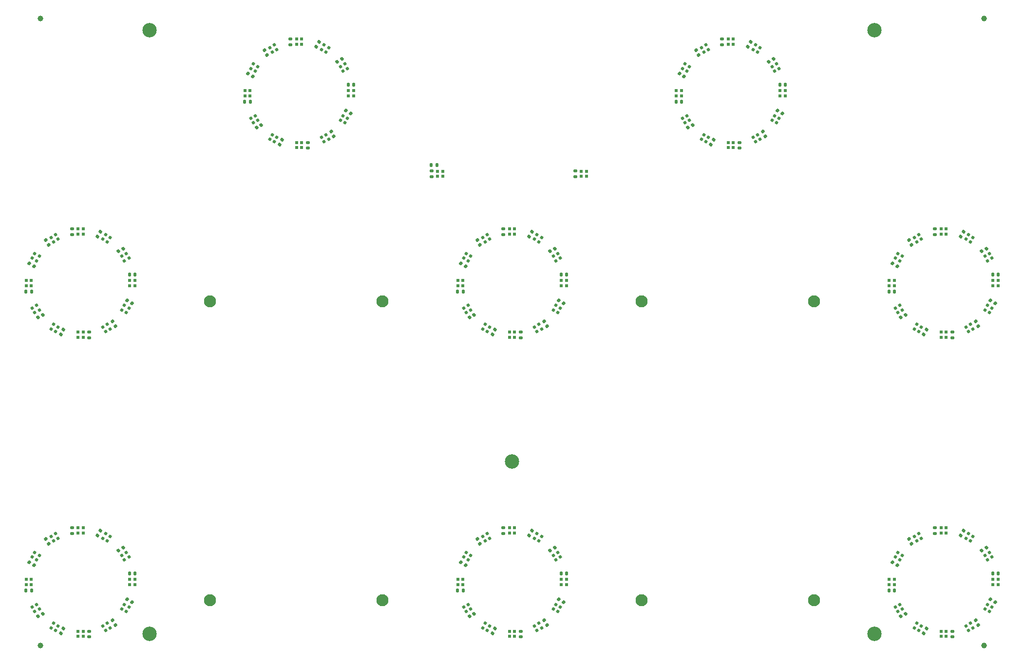
<source format=gbr>
%TF.GenerationSoftware,KiCad,Pcbnew,8.0.4+1*%
%TF.CreationDate,2024-10-08T08:54:49+00:00*%
%TF.ProjectId,pedalboard-display,70656461-6c62-46f6-9172-642d64697370,0.0.0-RC1*%
%TF.SameCoordinates,Original*%
%TF.FileFunction,Soldermask,Top*%
%TF.FilePolarity,Negative*%
%FSLAX46Y46*%
G04 Gerber Fmt 4.6, Leading zero omitted, Abs format (unit mm)*
G04 Created by KiCad (PCBNEW 8.0.4+1) date 2024-10-08 08:54:49*
%MOMM*%
%LPD*%
G01*
G04 APERTURE LIST*
G04 Aperture macros list*
%AMRoundRect*
0 Rectangle with rounded corners*
0 $1 Rounding radius*
0 $2 $3 $4 $5 $6 $7 $8 $9 X,Y pos of 4 corners*
0 Add a 4 corners polygon primitive as box body*
4,1,4,$2,$3,$4,$5,$6,$7,$8,$9,$2,$3,0*
0 Add four circle primitives for the rounded corners*
1,1,$1+$1,$2,$3*
1,1,$1+$1,$4,$5*
1,1,$1+$1,$6,$7*
1,1,$1+$1,$8,$9*
0 Add four rect primitives between the rounded corners*
20,1,$1+$1,$2,$3,$4,$5,0*
20,1,$1+$1,$4,$5,$6,$7,0*
20,1,$1+$1,$6,$7,$8,$9,0*
20,1,$1+$1,$8,$9,$2,$3,0*%
%AMRotRect*
0 Rectangle, with rotation*
0 The origin of the aperture is its center*
0 $1 length*
0 $2 width*
0 $3 Rotation angle, in degrees counterclockwise*
0 Add horizontal line*
21,1,$1,$2,0,0,$3*%
G04 Aperture macros list end*
%ADD10C,1.000000*%
%ADD11RoundRect,0.140000X-0.217224X0.036244X-0.077224X-0.206244X0.217224X-0.036244X0.077224X0.206244X0*%
%ADD12RoundRect,0.140000X0.140000X0.170000X-0.140000X0.170000X-0.140000X-0.170000X0.140000X-0.170000X0*%
%ADD13RotRect,0.500000X0.500000X120.000000*%
%ADD14R,0.500000X0.500000*%
%ADD15RoundRect,0.140000X-0.170000X0.140000X-0.170000X-0.140000X0.170000X-0.140000X0.170000X0.140000X0*%
%ADD16RoundRect,0.140000X-0.036244X-0.217224X0.206244X-0.077224X0.036244X0.217224X-0.206244X0.077224X0*%
%ADD17RotRect,0.500000X0.500000X150.000000*%
%ADD18RotRect,0.500000X0.500000X210.000000*%
%ADD19RotRect,0.500000X0.500000X330.000000*%
%ADD20RotRect,0.500000X0.500000X240.000000*%
%ADD21RoundRect,0.140000X-0.140000X-0.170000X0.140000X-0.170000X0.140000X0.170000X-0.140000X0.170000X0*%
%ADD22RoundRect,0.140000X-0.206244X-0.077224X0.036244X-0.217224X0.206244X0.077224X-0.036244X0.217224X0*%
%ADD23RotRect,0.500000X0.500000X30.000000*%
%ADD24RoundRect,0.140000X0.036244X0.217224X-0.206244X0.077224X-0.036244X-0.217224X0.206244X-0.077224X0*%
%ADD25C,2.500000*%
%ADD26RotRect,0.500000X0.500000X300.000000*%
%ADD27RoundRect,0.140000X0.217224X-0.036244X0.077224X0.206244X-0.217224X0.036244X-0.077224X-0.206244X0*%
%ADD28RoundRect,0.140000X-0.077224X0.206244X-0.217224X-0.036244X0.077224X-0.206244X0.217224X0.036244X0*%
%ADD29RotRect,0.500000X0.500000X60.000000*%
%ADD30RoundRect,0.140000X0.206244X0.077224X-0.036244X0.217224X-0.206244X-0.077224X0.036244X-0.217224X0*%
%ADD31RoundRect,0.140000X0.077224X-0.206244X0.217224X0.036244X-0.077224X0.206244X-0.217224X-0.036244X0*%
%ADD32C,2.100000*%
%ADD33RoundRect,0.140000X0.170000X-0.140000X0.170000X0.140000X-0.170000X0.140000X-0.170000X-0.140000X0*%
%ADD34RoundRect,0.135000X-0.135000X-0.185000X0.135000X-0.185000X0.135000X0.185000X-0.135000X0.185000X0*%
G04 APERTURE END LIST*
D10*
%TO.C,FID2*%
X189000000Y-26000000D03*
%TD*%
D11*
%TO.C,C65*%
X63950000Y-31517041D03*
X64430000Y-32348425D03*
%TD*%
D12*
%TO.C,C49*%
X116480000Y-70530000D03*
X115520000Y-70530000D03*
%TD*%
D13*
%TO.C,D35*%
X186335289Y-132408940D03*
X187114711Y-131958940D03*
X186664711Y-131179518D03*
X185885289Y-131629518D03*
%TD*%
%TO.C,D83*%
X36335289Y-80408940D03*
X37114711Y-79958940D03*
X36664711Y-79179518D03*
X35885289Y-79629518D03*
%TD*%
D14*
%TO.C,D34*%
X181550000Y-133450000D03*
X182450000Y-133450000D03*
X182450000Y-132550000D03*
X181550000Y-132550000D03*
%TD*%
D13*
%TO.C,D11*%
X149335289Y-47408940D03*
X150114711Y-46958940D03*
X149664711Y-46179518D03*
X148885289Y-46629518D03*
%TD*%
D14*
%TO.C,D49*%
X116450000Y-72450000D03*
X116450000Y-71550000D03*
X115550000Y-71550000D03*
X115550000Y-72450000D03*
%TD*%
D15*
%TO.C,C4*%
X143500000Y-29580000D03*
X143500000Y-30540000D03*
%TD*%
D16*
%TO.C,C80*%
X24584308Y-77990000D03*
X25415692Y-77510000D03*
%TD*%
D13*
%TO.C,D59*%
X111335289Y-80408940D03*
X112114711Y-79958940D03*
X111664711Y-79179518D03*
X110885289Y-79629518D03*
%TD*%
D16*
%TO.C,C32*%
X174584308Y-129990000D03*
X175415692Y-129510000D03*
%TD*%
D14*
%TO.C,D73*%
X41450000Y-72450000D03*
X41450000Y-71550000D03*
X40550000Y-71550000D03*
X40550000Y-72450000D03*
%TD*%
D11*
%TO.C,C5*%
X138950000Y-31517041D03*
X139430000Y-32348425D03*
%TD*%
D12*
%TO.C,C13*%
X191480000Y-70530000D03*
X190520000Y-70530000D03*
%TD*%
D17*
%TO.C,D48*%
X114958940Y-129114711D03*
X115408940Y-128335289D03*
X114629518Y-127885289D03*
X114179518Y-128664711D03*
%TD*%
D18*
%TO.C,D86*%
X40408940Y-119664711D03*
X39958940Y-118885289D03*
X39179518Y-119335289D03*
X39629518Y-120114711D03*
%TD*%
D14*
%TO.C,D64*%
X70450000Y-29550000D03*
X69550000Y-29550000D03*
X69550000Y-30450000D03*
X70450000Y-30450000D03*
%TD*%
D19*
%TO.C,D54*%
X99041060Y-66885289D03*
X98591060Y-67664711D03*
X99370482Y-68114711D03*
X99820482Y-67335289D03*
%TD*%
D14*
%TO.C,D37*%
X116450000Y-124450000D03*
X116450000Y-123550000D03*
X115550000Y-123550000D03*
X115550000Y-124450000D03*
%TD*%
%TO.C,D1*%
X154450000Y-39450000D03*
X154450000Y-38550000D03*
X153550000Y-38550000D03*
X153550000Y-39450000D03*
%TD*%
D20*
%TO.C,D15*%
X187114711Y-64041060D03*
X186335289Y-63591060D03*
X185885289Y-64370482D03*
X186664711Y-64820482D03*
%TD*%
D21*
%TO.C,C31*%
X172520000Y-125500000D03*
X173480000Y-125500000D03*
%TD*%
D14*
%TO.C,D4*%
X145450000Y-29550000D03*
X144550000Y-29550000D03*
X144550000Y-30450000D03*
X145450000Y-30450000D03*
%TD*%
D11*
%TO.C,C17*%
X175950000Y-64517041D03*
X176430000Y-65348425D03*
%TD*%
D14*
%TO.C,D82*%
X31550000Y-81450000D03*
X32450000Y-81450000D03*
X32450000Y-80550000D03*
X31550000Y-80550000D03*
%TD*%
D22*
%TO.C,C78*%
X23084308Y-68560000D03*
X23915692Y-69040000D03*
%TD*%
D17*
%TO.C,D12*%
X152958940Y-44114711D03*
X153408940Y-43335289D03*
X152629518Y-42885289D03*
X152179518Y-43664711D03*
%TD*%
D19*
%TO.C,D42*%
X99041060Y-118885289D03*
X98591060Y-119664711D03*
X99370482Y-120114711D03*
X99820482Y-119335289D03*
%TD*%
D23*
%TO.C,D8*%
X136591060Y-43335289D03*
X137041060Y-44114711D03*
X137820482Y-43664711D03*
X137370482Y-42885289D03*
%TD*%
D24*
%TO.C,C38*%
X114415692Y-118010000D03*
X113584308Y-118490000D03*
%TD*%
D14*
%TO.C,D10*%
X144550000Y-48450000D03*
X145450000Y-48450000D03*
X145450000Y-47550000D03*
X144550000Y-47550000D03*
%TD*%
D20*
%TO.C,D39*%
X112114711Y-116041060D03*
X111335289Y-115591060D03*
X110885289Y-116370482D03*
X111664711Y-116820482D03*
%TD*%
D14*
%TO.C,D7*%
X135550000Y-38550000D03*
X135550000Y-39450000D03*
X136450000Y-39450000D03*
X136450000Y-38550000D03*
%TD*%
D16*
%TO.C,C20*%
X174584308Y-77990000D03*
X175415692Y-77510000D03*
%TD*%
D19*
%TO.C,D6*%
X137041060Y-33885289D03*
X136591060Y-34664711D03*
X137370482Y-35114711D03*
X137820482Y-34335289D03*
%TD*%
D25*
%TO.C,H4*%
X170000000Y-133000000D03*
%TD*%
%TO.C,H3*%
X170000000Y-28000000D03*
%TD*%
D14*
%TO.C,D16*%
X182450000Y-62550000D03*
X181550000Y-62550000D03*
X181550000Y-63450000D03*
X182450000Y-63450000D03*
%TD*%
D26*
%TO.C,D53*%
X102664711Y-63591060D03*
X101885289Y-64041060D03*
X102335289Y-64820482D03*
X103114711Y-64370482D03*
%TD*%
D10*
%TO.C,FID1*%
X25000000Y-26000000D03*
%TD*%
D21*
%TO.C,C19*%
X172520000Y-73500000D03*
X173480000Y-73500000D03*
%TD*%
D13*
%TO.C,D71*%
X74335289Y-47408940D03*
X75114711Y-46958940D03*
X74664711Y-46179518D03*
X73885289Y-46629518D03*
%TD*%
D23*
%TO.C,D92*%
X23591060Y-128335289D03*
X24041060Y-129114711D03*
X24820482Y-128664711D03*
X24370482Y-127885289D03*
%TD*%
D27*
%TO.C,C95*%
X38040000Y-131482959D03*
X37560000Y-130651575D03*
%TD*%
D28*
%TO.C,C27*%
X185440000Y-115084308D03*
X184960000Y-115915692D03*
%TD*%
D14*
%TO.C,D67*%
X60550000Y-38550000D03*
X60550000Y-39450000D03*
X61450000Y-39450000D03*
X61450000Y-38550000D03*
%TD*%
D22*
%TO.C,C66*%
X61084308Y-35560000D03*
X61915692Y-36040000D03*
%TD*%
%TO.C,C42*%
X98084308Y-120560000D03*
X98915692Y-121040000D03*
%TD*%
D14*
%TO.C,D22*%
X181550000Y-81450000D03*
X182450000Y-81450000D03*
X182450000Y-80550000D03*
X181550000Y-80550000D03*
%TD*%
D18*
%TO.C,D50*%
X115408940Y-67664711D03*
X114958940Y-66885289D03*
X114179518Y-67335289D03*
X114629518Y-68114711D03*
%TD*%
D21*
%TO.C,C7*%
X135520000Y-40500000D03*
X136480000Y-40500000D03*
%TD*%
D15*
%TO.C,C52*%
X105500000Y-62580000D03*
X105500000Y-63540000D03*
%TD*%
D14*
%TO.C,D94*%
X31550000Y-133450000D03*
X32450000Y-133450000D03*
X32450000Y-132550000D03*
X31550000Y-132550000D03*
%TD*%
D13*
%TO.C,D23*%
X186335289Y-80408940D03*
X187114711Y-79958940D03*
X186664711Y-79179518D03*
X185885289Y-79629518D03*
%TD*%
D29*
%TO.C,D21*%
X176885289Y-79958940D03*
X177664711Y-80408940D03*
X178114711Y-79629518D03*
X177335289Y-79179518D03*
%TD*%
D14*
%TO.C,D88*%
X32450000Y-114550000D03*
X31550000Y-114550000D03*
X31550000Y-115450000D03*
X32450000Y-115450000D03*
%TD*%
D29*
%TO.C,D45*%
X101885289Y-131958940D03*
X102664711Y-132408940D03*
X103114711Y-131629518D03*
X102335289Y-131179518D03*
%TD*%
D12*
%TO.C,C25*%
X191480000Y-122530000D03*
X190520000Y-122530000D03*
%TD*%
%TO.C,C73*%
X41480000Y-70530000D03*
X40520000Y-70530000D03*
%TD*%
D30*
%TO.C,C36*%
X190965692Y-127490000D03*
X190134308Y-127010000D03*
%TD*%
D14*
%TO.C,D13*%
X191450000Y-72450000D03*
X191450000Y-71550000D03*
X190550000Y-71550000D03*
X190550000Y-72450000D03*
%TD*%
D31*
%TO.C,C93*%
X28560000Y-132915692D03*
X29040000Y-132084308D03*
%TD*%
%TO.C,C21*%
X178560000Y-80915692D03*
X179040000Y-80084308D03*
%TD*%
D13*
%TO.C,D95*%
X36335289Y-132408940D03*
X37114711Y-131958940D03*
X36664711Y-131179518D03*
X35885289Y-131629518D03*
%TD*%
D16*
%TO.C,C8*%
X137584308Y-44990000D03*
X138415692Y-44510000D03*
%TD*%
D17*
%TO.C,D72*%
X77958940Y-44114711D03*
X78408940Y-43335289D03*
X77629518Y-42885289D03*
X77179518Y-43664711D03*
%TD*%
D15*
%TO.C,C97*%
X93000000Y-52520000D03*
X93000000Y-53480000D03*
%TD*%
D24*
%TO.C,C86*%
X39415692Y-118010000D03*
X38584308Y-118490000D03*
%TD*%
D19*
%TO.C,D18*%
X174041060Y-66885289D03*
X173591060Y-67664711D03*
X174370482Y-68114711D03*
X174820482Y-67335289D03*
%TD*%
D14*
%TO.C,D85*%
X41450000Y-124450000D03*
X41450000Y-123550000D03*
X40550000Y-123550000D03*
X40550000Y-124450000D03*
%TD*%
D31*
%TO.C,C9*%
X141560000Y-47915692D03*
X142040000Y-47084308D03*
%TD*%
D32*
%TO.C,U1*%
X54500000Y-75200000D03*
X54500000Y-127200000D03*
X84500000Y-75200000D03*
X84500000Y-127200000D03*
%TD*%
D14*
%TO.C,D19*%
X172550000Y-71550000D03*
X172550000Y-72450000D03*
X173450000Y-72450000D03*
X173450000Y-71550000D03*
%TD*%
D26*
%TO.C,D65*%
X65664711Y-30591060D03*
X64885289Y-31041060D03*
X65335289Y-31820482D03*
X66114711Y-31370482D03*
%TD*%
D19*
%TO.C,D78*%
X24041060Y-66885289D03*
X23591060Y-67664711D03*
X24370482Y-68114711D03*
X24820482Y-67335289D03*
%TD*%
D14*
%TO.C,D46*%
X106550000Y-133450000D03*
X107450000Y-133450000D03*
X107450000Y-132550000D03*
X106550000Y-132550000D03*
%TD*%
D22*
%TO.C,C18*%
X173084308Y-68560000D03*
X173915692Y-69040000D03*
%TD*%
D14*
%TO.C,D58*%
X106550000Y-81450000D03*
X107450000Y-81450000D03*
X107450000Y-80550000D03*
X106550000Y-80550000D03*
%TD*%
D25*
%TO.C,H2*%
X44000000Y-133000000D03*
%TD*%
D14*
%TO.C,D25*%
X191450000Y-124450000D03*
X191450000Y-123550000D03*
X190550000Y-123550000D03*
X190550000Y-124450000D03*
%TD*%
%TO.C,D70*%
X69550000Y-48450000D03*
X70450000Y-48450000D03*
X70450000Y-47550000D03*
X69550000Y-47550000D03*
%TD*%
D30*
%TO.C,C72*%
X78965692Y-42490000D03*
X78134308Y-42010000D03*
%TD*%
D21*
%TO.C,C55*%
X97520000Y-73500000D03*
X98480000Y-73500000D03*
%TD*%
D28*
%TO.C,C87*%
X35440000Y-115084308D03*
X34960000Y-115915692D03*
%TD*%
D27*
%TO.C,C11*%
X151040000Y-46482959D03*
X150560000Y-45651575D03*
%TD*%
D24*
%TO.C,C26*%
X189415692Y-118010000D03*
X188584308Y-118490000D03*
%TD*%
D21*
%TO.C,C43*%
X97520000Y-125500000D03*
X98480000Y-125500000D03*
%TD*%
D26*
%TO.C,D77*%
X27664711Y-63591060D03*
X26885289Y-64041060D03*
X27335289Y-64820482D03*
X28114711Y-64370482D03*
%TD*%
D24*
%TO.C,C74*%
X39415692Y-66010000D03*
X38584308Y-66490000D03*
%TD*%
D25*
%TO.C,H5*%
X107000000Y-103000000D03*
%TD*%
D15*
%TO.C,C16*%
X180500000Y-62580000D03*
X180500000Y-63540000D03*
%TD*%
D14*
%TO.C,D31*%
X172550000Y-123550000D03*
X172550000Y-124450000D03*
X173450000Y-124450000D03*
X173450000Y-123550000D03*
%TD*%
D10*
%TO.C,FID4*%
X189000000Y-135000000D03*
%TD*%
D28*
%TO.C,C51*%
X110440000Y-63084308D03*
X109960000Y-63915692D03*
%TD*%
D27*
%TO.C,C59*%
X113040000Y-79482959D03*
X112560000Y-78651575D03*
%TD*%
D26*
%TO.C,D17*%
X177664711Y-63591060D03*
X176885289Y-64041060D03*
X177335289Y-64820482D03*
X178114711Y-64370482D03*
%TD*%
D18*
%TO.C,D74*%
X40408940Y-67664711D03*
X39958940Y-66885289D03*
X39179518Y-67335289D03*
X39629518Y-68114711D03*
%TD*%
D25*
%TO.C,H1*%
X44000000Y-28000000D03*
%TD*%
D20*
%TO.C,D51*%
X112114711Y-64041060D03*
X111335289Y-63591060D03*
X110885289Y-64370482D03*
X111664711Y-64820482D03*
%TD*%
D28*
%TO.C,C39*%
X110440000Y-115084308D03*
X109960000Y-115915692D03*
%TD*%
D12*
%TO.C,C61*%
X79480000Y-37530000D03*
X78520000Y-37530000D03*
%TD*%
D14*
%TO.C,D28*%
X182450000Y-114550000D03*
X181550000Y-114550000D03*
X181550000Y-115450000D03*
X182450000Y-115450000D03*
%TD*%
D22*
%TO.C,C6*%
X136084308Y-35560000D03*
X136915692Y-36040000D03*
%TD*%
D21*
%TO.C,C79*%
X22520000Y-73500000D03*
X23480000Y-73500000D03*
%TD*%
D14*
%TO.C,D55*%
X97550000Y-71550000D03*
X97550000Y-72450000D03*
X98450000Y-72450000D03*
X98450000Y-71550000D03*
%TD*%
D16*
%TO.C,C44*%
X99584308Y-129990000D03*
X100415692Y-129510000D03*
%TD*%
D33*
%TO.C,C10*%
X146500000Y-48510000D03*
X146500000Y-47550000D03*
%TD*%
D11*
%TO.C,C29*%
X175950000Y-116517041D03*
X176430000Y-117348425D03*
%TD*%
D18*
%TO.C,D38*%
X115408940Y-119664711D03*
X114958940Y-118885289D03*
X114179518Y-119335289D03*
X114629518Y-120114711D03*
%TD*%
D15*
%TO.C,C76*%
X30500000Y-62580000D03*
X30500000Y-63540000D03*
%TD*%
D28*
%TO.C,C75*%
X35440000Y-63084308D03*
X34960000Y-63915692D03*
%TD*%
D15*
%TO.C,C40*%
X105500000Y-114580000D03*
X105500000Y-115540000D03*
%TD*%
D24*
%TO.C,C62*%
X77415692Y-33010000D03*
X76584308Y-33490000D03*
%TD*%
D27*
%TO.C,C83*%
X38040000Y-79482959D03*
X37560000Y-78651575D03*
%TD*%
D20*
%TO.C,D75*%
X37114711Y-64041060D03*
X36335289Y-63591060D03*
X35885289Y-64370482D03*
X36664711Y-64820482D03*
%TD*%
D19*
%TO.C,D66*%
X62041060Y-33885289D03*
X61591060Y-34664711D03*
X62370482Y-35114711D03*
X62820482Y-34335289D03*
%TD*%
D22*
%TO.C,C90*%
X23084308Y-120560000D03*
X23915692Y-121040000D03*
%TD*%
D15*
%TO.C,C88*%
X30500000Y-114580000D03*
X30500000Y-115540000D03*
%TD*%
D19*
%TO.C,D30*%
X174041060Y-118885289D03*
X173591060Y-119664711D03*
X174370482Y-120114711D03*
X174820482Y-119335289D03*
%TD*%
D30*
%TO.C,C60*%
X115965692Y-75490000D03*
X115134308Y-75010000D03*
%TD*%
D23*
%TO.C,D56*%
X98591060Y-76335289D03*
X99041060Y-77114711D03*
X99820482Y-76664711D03*
X99370482Y-75885289D03*
%TD*%
D18*
%TO.C,D26*%
X190408940Y-119664711D03*
X189958940Y-118885289D03*
X189179518Y-119335289D03*
X189629518Y-120114711D03*
%TD*%
D23*
%TO.C,D44*%
X98591060Y-128335289D03*
X99041060Y-129114711D03*
X99820482Y-128664711D03*
X99370482Y-127885289D03*
%TD*%
D19*
%TO.C,D90*%
X24041060Y-118885289D03*
X23591060Y-119664711D03*
X24370482Y-120114711D03*
X24820482Y-119335289D03*
%TD*%
D30*
%TO.C,C48*%
X115965692Y-127490000D03*
X115134308Y-127010000D03*
%TD*%
D14*
%TO.C,D61*%
X79450000Y-39450000D03*
X79450000Y-38550000D03*
X78550000Y-38550000D03*
X78550000Y-39450000D03*
%TD*%
D18*
%TO.C,D2*%
X153408940Y-34664711D03*
X152958940Y-33885289D03*
X152179518Y-34335289D03*
X152629518Y-35114711D03*
%TD*%
D20*
%TO.C,D87*%
X37114711Y-116041060D03*
X36335289Y-115591060D03*
X35885289Y-116370482D03*
X36664711Y-116820482D03*
%TD*%
D17*
%TO.C,D60*%
X114958940Y-77114711D03*
X115408940Y-76335289D03*
X114629518Y-75885289D03*
X114179518Y-76664711D03*
%TD*%
D23*
%TO.C,D20*%
X173591060Y-76335289D03*
X174041060Y-77114711D03*
X174820482Y-76664711D03*
X174370482Y-75885289D03*
%TD*%
D12*
%TO.C,C1*%
X154480000Y-37530000D03*
X153520000Y-37530000D03*
%TD*%
D24*
%TO.C,C2*%
X152415692Y-33010000D03*
X151584308Y-33490000D03*
%TD*%
D33*
%TO.C,C82*%
X33500000Y-81510000D03*
X33500000Y-80550000D03*
%TD*%
D14*
%TO.C,D97*%
X94050000Y-52550000D03*
X94050000Y-53450000D03*
X94950000Y-53450000D03*
X94950000Y-52550000D03*
%TD*%
D26*
%TO.C,D5*%
X140664711Y-30591060D03*
X139885289Y-31041060D03*
X140335289Y-31820482D03*
X141114711Y-31370482D03*
%TD*%
%TO.C,D41*%
X102664711Y-115591060D03*
X101885289Y-116041060D03*
X102335289Y-116820482D03*
X103114711Y-116370482D03*
%TD*%
D22*
%TO.C,C54*%
X98084308Y-68560000D03*
X98915692Y-69040000D03*
%TD*%
D17*
%TO.C,D84*%
X39958940Y-77114711D03*
X40408940Y-76335289D03*
X39629518Y-75885289D03*
X39179518Y-76664711D03*
%TD*%
D15*
%TO.C,C28*%
X180500000Y-114580000D03*
X180500000Y-115540000D03*
%TD*%
D14*
%TO.C,D52*%
X107450000Y-62550000D03*
X106550000Y-62550000D03*
X106550000Y-63450000D03*
X107450000Y-63450000D03*
%TD*%
D17*
%TO.C,D24*%
X189958940Y-77114711D03*
X190408940Y-76335289D03*
X189629518Y-75885289D03*
X189179518Y-76664711D03*
%TD*%
D33*
%TO.C,C58*%
X108500000Y-81510000D03*
X108500000Y-80550000D03*
%TD*%
D14*
%TO.C,D91*%
X22550000Y-123550000D03*
X22550000Y-124450000D03*
X23450000Y-124450000D03*
X23450000Y-123550000D03*
%TD*%
D33*
%TO.C,C94*%
X33500000Y-133510000D03*
X33500000Y-132550000D03*
%TD*%
D34*
%TO.C,R1*%
X92890000Y-51500000D03*
X93910000Y-51500000D03*
%TD*%
D30*
%TO.C,C12*%
X153965692Y-42490000D03*
X153134308Y-42010000D03*
%TD*%
D29*
%TO.C,D9*%
X139885289Y-46958940D03*
X140664711Y-47408940D03*
X141114711Y-46629518D03*
X140335289Y-46179518D03*
%TD*%
D12*
%TO.C,C37*%
X116480000Y-122530000D03*
X115520000Y-122530000D03*
%TD*%
D28*
%TO.C,C15*%
X185440000Y-63084308D03*
X184960000Y-63915692D03*
%TD*%
D22*
%TO.C,C30*%
X173084308Y-120560000D03*
X173915692Y-121040000D03*
%TD*%
D30*
%TO.C,C24*%
X190965692Y-75490000D03*
X190134308Y-75010000D03*
%TD*%
D13*
%TO.C,D47*%
X111335289Y-132408940D03*
X112114711Y-131958940D03*
X111664711Y-131179518D03*
X110885289Y-131629518D03*
%TD*%
D14*
%TO.C,D79*%
X22550000Y-71550000D03*
X22550000Y-72450000D03*
X23450000Y-72450000D03*
X23450000Y-71550000D03*
%TD*%
D17*
%TO.C,D36*%
X189958940Y-129114711D03*
X190408940Y-128335289D03*
X189629518Y-127885289D03*
X189179518Y-128664711D03*
%TD*%
D20*
%TO.C,D27*%
X187114711Y-116041060D03*
X186335289Y-115591060D03*
X185885289Y-116370482D03*
X186664711Y-116820482D03*
%TD*%
D14*
%TO.C,D76*%
X32450000Y-62550000D03*
X31550000Y-62550000D03*
X31550000Y-63450000D03*
X32450000Y-63450000D03*
%TD*%
D21*
%TO.C,C91*%
X22520000Y-125500000D03*
X23480000Y-125500000D03*
%TD*%
D14*
%TO.C,D40*%
X107450000Y-114550000D03*
X106550000Y-114550000D03*
X106550000Y-115450000D03*
X107450000Y-115450000D03*
%TD*%
D33*
%TO.C,C22*%
X183500000Y-81510000D03*
X183500000Y-80550000D03*
%TD*%
D11*
%TO.C,C77*%
X25950000Y-64517041D03*
X26430000Y-65348425D03*
%TD*%
D27*
%TO.C,C23*%
X188040000Y-79482959D03*
X187560000Y-78651575D03*
%TD*%
%TO.C,C71*%
X76040000Y-46482959D03*
X75560000Y-45651575D03*
%TD*%
D14*
%TO.C,D98*%
X119050000Y-52550000D03*
X119050000Y-53450000D03*
X119950000Y-53450000D03*
X119950000Y-52550000D03*
%TD*%
D20*
%TO.C,D63*%
X75114711Y-31041060D03*
X74335289Y-30591060D03*
X73885289Y-31370482D03*
X74664711Y-31820482D03*
%TD*%
%TO.C,D3*%
X150114711Y-31041060D03*
X149335289Y-30591060D03*
X148885289Y-31370482D03*
X149664711Y-31820482D03*
%TD*%
D23*
%TO.C,D32*%
X173591060Y-128335289D03*
X174041060Y-129114711D03*
X174820482Y-128664711D03*
X174370482Y-127885289D03*
%TD*%
D16*
%TO.C,C92*%
X24584308Y-129990000D03*
X25415692Y-129510000D03*
%TD*%
D30*
%TO.C,C96*%
X40965692Y-127490000D03*
X40134308Y-127010000D03*
%TD*%
D23*
%TO.C,D80*%
X23591060Y-76335289D03*
X24041060Y-77114711D03*
X24820482Y-76664711D03*
X24370482Y-75885289D03*
%TD*%
D33*
%TO.C,C70*%
X71500000Y-48510000D03*
X71500000Y-47550000D03*
%TD*%
D29*
%TO.C,D93*%
X26885289Y-131958940D03*
X27664711Y-132408940D03*
X28114711Y-131629518D03*
X27335289Y-131179518D03*
%TD*%
D12*
%TO.C,C85*%
X41480000Y-122530000D03*
X40520000Y-122530000D03*
%TD*%
D16*
%TO.C,C68*%
X62584308Y-44990000D03*
X63415692Y-44510000D03*
%TD*%
D26*
%TO.C,D89*%
X27664711Y-115591060D03*
X26885289Y-116041060D03*
X27335289Y-116820482D03*
X28114711Y-116370482D03*
%TD*%
D11*
%TO.C,C41*%
X100950000Y-116517041D03*
X101430000Y-117348425D03*
%TD*%
D31*
%TO.C,C45*%
X103560000Y-132915692D03*
X104040000Y-132084308D03*
%TD*%
D18*
%TO.C,D14*%
X190408940Y-67664711D03*
X189958940Y-66885289D03*
X189179518Y-67335289D03*
X189629518Y-68114711D03*
%TD*%
D24*
%TO.C,C50*%
X114415692Y-66010000D03*
X113584308Y-66490000D03*
%TD*%
D18*
%TO.C,D62*%
X78408940Y-34664711D03*
X77958940Y-33885289D03*
X77179518Y-34335289D03*
X77629518Y-35114711D03*
%TD*%
D29*
%TO.C,D33*%
X176885289Y-131958940D03*
X177664711Y-132408940D03*
X178114711Y-131629518D03*
X177335289Y-131179518D03*
%TD*%
D31*
%TO.C,C33*%
X178560000Y-132915692D03*
X179040000Y-132084308D03*
%TD*%
D14*
%TO.C,D43*%
X97550000Y-123550000D03*
X97550000Y-124450000D03*
X98450000Y-124450000D03*
X98450000Y-123550000D03*
%TD*%
D33*
%TO.C,C98*%
X118000000Y-53480000D03*
X118000000Y-52520000D03*
%TD*%
D21*
%TO.C,C67*%
X60520000Y-40500000D03*
X61480000Y-40500000D03*
%TD*%
D28*
%TO.C,C3*%
X148440000Y-30084308D03*
X147960000Y-30915692D03*
%TD*%
D24*
%TO.C,C14*%
X189415692Y-66010000D03*
X188584308Y-66490000D03*
%TD*%
D27*
%TO.C,C35*%
X188040000Y-131482959D03*
X187560000Y-130651575D03*
%TD*%
D31*
%TO.C,C57*%
X103560000Y-80915692D03*
X104040000Y-80084308D03*
%TD*%
D33*
%TO.C,C46*%
X108500000Y-133510000D03*
X108500000Y-132550000D03*
%TD*%
D31*
%TO.C,C81*%
X28560000Y-80915692D03*
X29040000Y-80084308D03*
%TD*%
D16*
%TO.C,C56*%
X99584308Y-77990000D03*
X100415692Y-77510000D03*
%TD*%
D28*
%TO.C,C63*%
X73440000Y-30084308D03*
X72960000Y-30915692D03*
%TD*%
D17*
%TO.C,D96*%
X39958940Y-129114711D03*
X40408940Y-128335289D03*
X39629518Y-127885289D03*
X39179518Y-128664711D03*
%TD*%
D32*
%TO.C,U2*%
X129500000Y-75200000D03*
X129500000Y-127200000D03*
X159500000Y-75200000D03*
X159500000Y-127200000D03*
%TD*%
D29*
%TO.C,D81*%
X26885289Y-79958940D03*
X27664711Y-80408940D03*
X28114711Y-79629518D03*
X27335289Y-79179518D03*
%TD*%
D33*
%TO.C,C34*%
X183500000Y-133510000D03*
X183500000Y-132550000D03*
%TD*%
D29*
%TO.C,D57*%
X101885289Y-79958940D03*
X102664711Y-80408940D03*
X103114711Y-79629518D03*
X102335289Y-79179518D03*
%TD*%
D30*
%TO.C,C84*%
X40965692Y-75490000D03*
X40134308Y-75010000D03*
%TD*%
D11*
%TO.C,C89*%
X25950000Y-116517041D03*
X26430000Y-117348425D03*
%TD*%
D26*
%TO.C,D29*%
X177664711Y-115591060D03*
X176885289Y-116041060D03*
X177335289Y-116820482D03*
X178114711Y-116370482D03*
%TD*%
D10*
%TO.C,FID3*%
X25000000Y-135000000D03*
%TD*%
D27*
%TO.C,C47*%
X113040000Y-131482959D03*
X112560000Y-130651575D03*
%TD*%
D29*
%TO.C,D69*%
X64885289Y-46958940D03*
X65664711Y-47408940D03*
X66114711Y-46629518D03*
X65335289Y-46179518D03*
%TD*%
D15*
%TO.C,C64*%
X68500000Y-29580000D03*
X68500000Y-30540000D03*
%TD*%
D31*
%TO.C,C69*%
X66560000Y-47915692D03*
X67040000Y-47084308D03*
%TD*%
D11*
%TO.C,C53*%
X100950000Y-64517041D03*
X101430000Y-65348425D03*
%TD*%
D23*
%TO.C,D68*%
X61591060Y-43335289D03*
X62041060Y-44114711D03*
X62820482Y-43664711D03*
X62370482Y-42885289D03*
%TD*%
M02*

</source>
